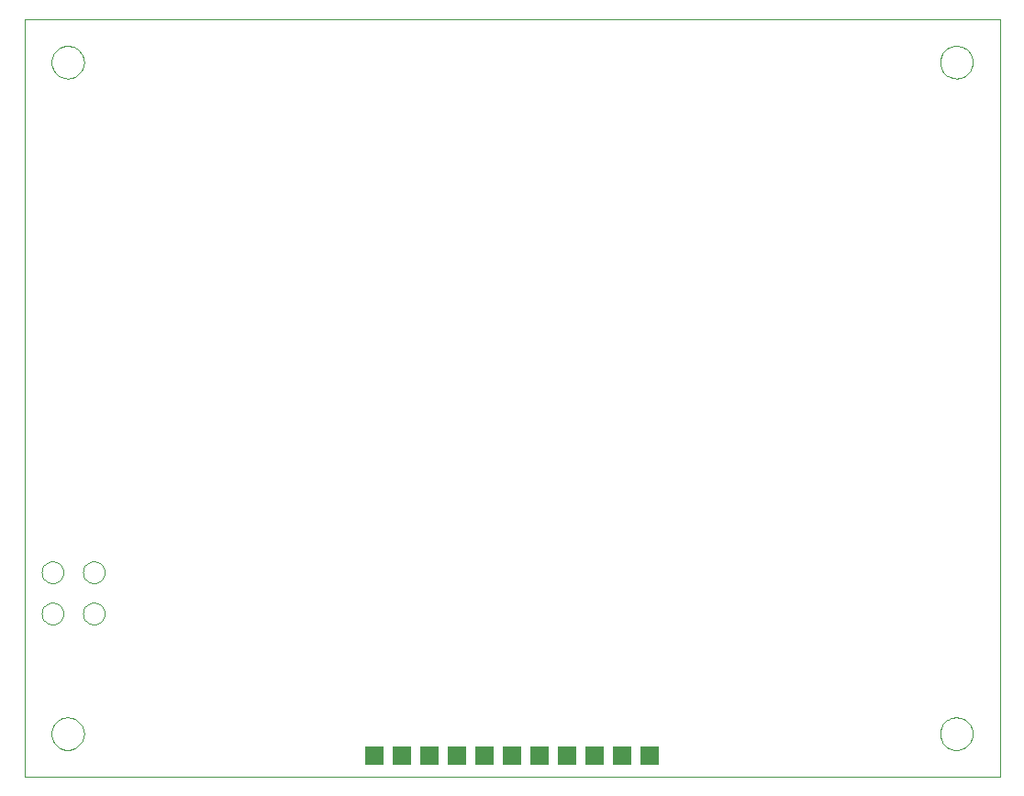
<source format=gtp>
G75*
G70*
%OFA0B0*%
%FSLAX24Y24*%
%IPPOS*%
%LPD*%
%AMOC8*
5,1,8,0,0,1.08239X$1,22.5*
%
%ADD10C,0.0000*%
%ADD11R,0.0660X0.0660*%
D10*
X000269Y000500D02*
X000269Y028059D01*
X035702Y028059D01*
X035702Y000500D01*
X000269Y000500D01*
X001253Y002075D02*
X001255Y002123D01*
X001261Y002171D01*
X001271Y002218D01*
X001284Y002264D01*
X001302Y002309D01*
X001322Y002353D01*
X001347Y002395D01*
X001375Y002434D01*
X001405Y002471D01*
X001439Y002505D01*
X001476Y002537D01*
X001514Y002566D01*
X001555Y002591D01*
X001598Y002613D01*
X001643Y002631D01*
X001689Y002645D01*
X001736Y002656D01*
X001784Y002663D01*
X001832Y002666D01*
X001880Y002665D01*
X001928Y002660D01*
X001976Y002651D01*
X002022Y002639D01*
X002067Y002622D01*
X002111Y002602D01*
X002153Y002579D01*
X002193Y002552D01*
X002231Y002522D01*
X002266Y002489D01*
X002298Y002453D01*
X002328Y002415D01*
X002354Y002374D01*
X002376Y002331D01*
X002396Y002287D01*
X002411Y002242D01*
X002423Y002195D01*
X002431Y002147D01*
X002435Y002099D01*
X002435Y002051D01*
X002431Y002003D01*
X002423Y001955D01*
X002411Y001908D01*
X002396Y001863D01*
X002376Y001819D01*
X002354Y001776D01*
X002328Y001735D01*
X002298Y001697D01*
X002266Y001661D01*
X002231Y001628D01*
X002193Y001598D01*
X002153Y001571D01*
X002111Y001548D01*
X002067Y001528D01*
X002022Y001511D01*
X001976Y001499D01*
X001928Y001490D01*
X001880Y001485D01*
X001832Y001484D01*
X001784Y001487D01*
X001736Y001494D01*
X001689Y001505D01*
X001643Y001519D01*
X001598Y001537D01*
X001555Y001559D01*
X001514Y001584D01*
X001476Y001613D01*
X001439Y001645D01*
X001405Y001679D01*
X001375Y001716D01*
X001347Y001755D01*
X001322Y001797D01*
X001302Y001841D01*
X001284Y001886D01*
X001271Y001932D01*
X001261Y001979D01*
X001255Y002027D01*
X001253Y002075D01*
X000898Y006443D02*
X000900Y006482D01*
X000906Y006521D01*
X000916Y006559D01*
X000929Y006596D01*
X000946Y006631D01*
X000966Y006665D01*
X000990Y006696D01*
X001017Y006725D01*
X001046Y006751D01*
X001078Y006774D01*
X001112Y006794D01*
X001148Y006810D01*
X001185Y006822D01*
X001224Y006831D01*
X001263Y006836D01*
X001302Y006837D01*
X001341Y006834D01*
X001380Y006827D01*
X001417Y006816D01*
X001454Y006802D01*
X001489Y006784D01*
X001522Y006763D01*
X001553Y006738D01*
X001581Y006711D01*
X001606Y006681D01*
X001628Y006648D01*
X001647Y006614D01*
X001662Y006578D01*
X001674Y006540D01*
X001682Y006502D01*
X001686Y006463D01*
X001686Y006423D01*
X001682Y006384D01*
X001674Y006346D01*
X001662Y006308D01*
X001647Y006272D01*
X001628Y006238D01*
X001606Y006205D01*
X001581Y006175D01*
X001553Y006148D01*
X001522Y006123D01*
X001489Y006102D01*
X001454Y006084D01*
X001417Y006070D01*
X001380Y006059D01*
X001341Y006052D01*
X001302Y006049D01*
X001263Y006050D01*
X001224Y006055D01*
X001185Y006064D01*
X001148Y006076D01*
X001112Y006092D01*
X001078Y006112D01*
X001046Y006135D01*
X001017Y006161D01*
X000990Y006190D01*
X000966Y006221D01*
X000946Y006255D01*
X000929Y006290D01*
X000916Y006327D01*
X000906Y006365D01*
X000900Y006404D01*
X000898Y006443D01*
X002398Y006443D02*
X002400Y006482D01*
X002406Y006521D01*
X002416Y006559D01*
X002429Y006596D01*
X002446Y006631D01*
X002466Y006665D01*
X002490Y006696D01*
X002517Y006725D01*
X002546Y006751D01*
X002578Y006774D01*
X002612Y006794D01*
X002648Y006810D01*
X002685Y006822D01*
X002724Y006831D01*
X002763Y006836D01*
X002802Y006837D01*
X002841Y006834D01*
X002880Y006827D01*
X002917Y006816D01*
X002954Y006802D01*
X002989Y006784D01*
X003022Y006763D01*
X003053Y006738D01*
X003081Y006711D01*
X003106Y006681D01*
X003128Y006648D01*
X003147Y006614D01*
X003162Y006578D01*
X003174Y006540D01*
X003182Y006502D01*
X003186Y006463D01*
X003186Y006423D01*
X003182Y006384D01*
X003174Y006346D01*
X003162Y006308D01*
X003147Y006272D01*
X003128Y006238D01*
X003106Y006205D01*
X003081Y006175D01*
X003053Y006148D01*
X003022Y006123D01*
X002989Y006102D01*
X002954Y006084D01*
X002917Y006070D01*
X002880Y006059D01*
X002841Y006052D01*
X002802Y006049D01*
X002763Y006050D01*
X002724Y006055D01*
X002685Y006064D01*
X002648Y006076D01*
X002612Y006092D01*
X002578Y006112D01*
X002546Y006135D01*
X002517Y006161D01*
X002490Y006190D01*
X002466Y006221D01*
X002446Y006255D01*
X002429Y006290D01*
X002416Y006327D01*
X002406Y006365D01*
X002400Y006404D01*
X002398Y006443D01*
X002398Y007943D02*
X002400Y007982D01*
X002406Y008021D01*
X002416Y008059D01*
X002429Y008096D01*
X002446Y008131D01*
X002466Y008165D01*
X002490Y008196D01*
X002517Y008225D01*
X002546Y008251D01*
X002578Y008274D01*
X002612Y008294D01*
X002648Y008310D01*
X002685Y008322D01*
X002724Y008331D01*
X002763Y008336D01*
X002802Y008337D01*
X002841Y008334D01*
X002880Y008327D01*
X002917Y008316D01*
X002954Y008302D01*
X002989Y008284D01*
X003022Y008263D01*
X003053Y008238D01*
X003081Y008211D01*
X003106Y008181D01*
X003128Y008148D01*
X003147Y008114D01*
X003162Y008078D01*
X003174Y008040D01*
X003182Y008002D01*
X003186Y007963D01*
X003186Y007923D01*
X003182Y007884D01*
X003174Y007846D01*
X003162Y007808D01*
X003147Y007772D01*
X003128Y007738D01*
X003106Y007705D01*
X003081Y007675D01*
X003053Y007648D01*
X003022Y007623D01*
X002989Y007602D01*
X002954Y007584D01*
X002917Y007570D01*
X002880Y007559D01*
X002841Y007552D01*
X002802Y007549D01*
X002763Y007550D01*
X002724Y007555D01*
X002685Y007564D01*
X002648Y007576D01*
X002612Y007592D01*
X002578Y007612D01*
X002546Y007635D01*
X002517Y007661D01*
X002490Y007690D01*
X002466Y007721D01*
X002446Y007755D01*
X002429Y007790D01*
X002416Y007827D01*
X002406Y007865D01*
X002400Y007904D01*
X002398Y007943D01*
X000898Y007943D02*
X000900Y007982D01*
X000906Y008021D01*
X000916Y008059D01*
X000929Y008096D01*
X000946Y008131D01*
X000966Y008165D01*
X000990Y008196D01*
X001017Y008225D01*
X001046Y008251D01*
X001078Y008274D01*
X001112Y008294D01*
X001148Y008310D01*
X001185Y008322D01*
X001224Y008331D01*
X001263Y008336D01*
X001302Y008337D01*
X001341Y008334D01*
X001380Y008327D01*
X001417Y008316D01*
X001454Y008302D01*
X001489Y008284D01*
X001522Y008263D01*
X001553Y008238D01*
X001581Y008211D01*
X001606Y008181D01*
X001628Y008148D01*
X001647Y008114D01*
X001662Y008078D01*
X001674Y008040D01*
X001682Y008002D01*
X001686Y007963D01*
X001686Y007923D01*
X001682Y007884D01*
X001674Y007846D01*
X001662Y007808D01*
X001647Y007772D01*
X001628Y007738D01*
X001606Y007705D01*
X001581Y007675D01*
X001553Y007648D01*
X001522Y007623D01*
X001489Y007602D01*
X001454Y007584D01*
X001417Y007570D01*
X001380Y007559D01*
X001341Y007552D01*
X001302Y007549D01*
X001263Y007550D01*
X001224Y007555D01*
X001185Y007564D01*
X001148Y007576D01*
X001112Y007592D01*
X001078Y007612D01*
X001046Y007635D01*
X001017Y007661D01*
X000990Y007690D01*
X000966Y007721D01*
X000946Y007755D01*
X000929Y007790D01*
X000916Y007827D01*
X000906Y007865D01*
X000900Y007904D01*
X000898Y007943D01*
X001253Y026484D02*
X001255Y026532D01*
X001261Y026580D01*
X001271Y026627D01*
X001284Y026673D01*
X001302Y026718D01*
X001322Y026762D01*
X001347Y026804D01*
X001375Y026843D01*
X001405Y026880D01*
X001439Y026914D01*
X001476Y026946D01*
X001514Y026975D01*
X001555Y027000D01*
X001598Y027022D01*
X001643Y027040D01*
X001689Y027054D01*
X001736Y027065D01*
X001784Y027072D01*
X001832Y027075D01*
X001880Y027074D01*
X001928Y027069D01*
X001976Y027060D01*
X002022Y027048D01*
X002067Y027031D01*
X002111Y027011D01*
X002153Y026988D01*
X002193Y026961D01*
X002231Y026931D01*
X002266Y026898D01*
X002298Y026862D01*
X002328Y026824D01*
X002354Y026783D01*
X002376Y026740D01*
X002396Y026696D01*
X002411Y026651D01*
X002423Y026604D01*
X002431Y026556D01*
X002435Y026508D01*
X002435Y026460D01*
X002431Y026412D01*
X002423Y026364D01*
X002411Y026317D01*
X002396Y026272D01*
X002376Y026228D01*
X002354Y026185D01*
X002328Y026144D01*
X002298Y026106D01*
X002266Y026070D01*
X002231Y026037D01*
X002193Y026007D01*
X002153Y025980D01*
X002111Y025957D01*
X002067Y025937D01*
X002022Y025920D01*
X001976Y025908D01*
X001928Y025899D01*
X001880Y025894D01*
X001832Y025893D01*
X001784Y025896D01*
X001736Y025903D01*
X001689Y025914D01*
X001643Y025928D01*
X001598Y025946D01*
X001555Y025968D01*
X001514Y025993D01*
X001476Y026022D01*
X001439Y026054D01*
X001405Y026088D01*
X001375Y026125D01*
X001347Y026164D01*
X001322Y026206D01*
X001302Y026250D01*
X001284Y026295D01*
X001271Y026341D01*
X001261Y026388D01*
X001255Y026436D01*
X001253Y026484D01*
X033536Y026484D02*
X033538Y026532D01*
X033544Y026580D01*
X033554Y026627D01*
X033567Y026673D01*
X033585Y026718D01*
X033605Y026762D01*
X033630Y026804D01*
X033658Y026843D01*
X033688Y026880D01*
X033722Y026914D01*
X033759Y026946D01*
X033797Y026975D01*
X033838Y027000D01*
X033881Y027022D01*
X033926Y027040D01*
X033972Y027054D01*
X034019Y027065D01*
X034067Y027072D01*
X034115Y027075D01*
X034163Y027074D01*
X034211Y027069D01*
X034259Y027060D01*
X034305Y027048D01*
X034350Y027031D01*
X034394Y027011D01*
X034436Y026988D01*
X034476Y026961D01*
X034514Y026931D01*
X034549Y026898D01*
X034581Y026862D01*
X034611Y026824D01*
X034637Y026783D01*
X034659Y026740D01*
X034679Y026696D01*
X034694Y026651D01*
X034706Y026604D01*
X034714Y026556D01*
X034718Y026508D01*
X034718Y026460D01*
X034714Y026412D01*
X034706Y026364D01*
X034694Y026317D01*
X034679Y026272D01*
X034659Y026228D01*
X034637Y026185D01*
X034611Y026144D01*
X034581Y026106D01*
X034549Y026070D01*
X034514Y026037D01*
X034476Y026007D01*
X034436Y025980D01*
X034394Y025957D01*
X034350Y025937D01*
X034305Y025920D01*
X034259Y025908D01*
X034211Y025899D01*
X034163Y025894D01*
X034115Y025893D01*
X034067Y025896D01*
X034019Y025903D01*
X033972Y025914D01*
X033926Y025928D01*
X033881Y025946D01*
X033838Y025968D01*
X033797Y025993D01*
X033759Y026022D01*
X033722Y026054D01*
X033688Y026088D01*
X033658Y026125D01*
X033630Y026164D01*
X033605Y026206D01*
X033585Y026250D01*
X033567Y026295D01*
X033554Y026341D01*
X033544Y026388D01*
X033538Y026436D01*
X033536Y026484D01*
X033536Y002075D02*
X033538Y002123D01*
X033544Y002171D01*
X033554Y002218D01*
X033567Y002264D01*
X033585Y002309D01*
X033605Y002353D01*
X033630Y002395D01*
X033658Y002434D01*
X033688Y002471D01*
X033722Y002505D01*
X033759Y002537D01*
X033797Y002566D01*
X033838Y002591D01*
X033881Y002613D01*
X033926Y002631D01*
X033972Y002645D01*
X034019Y002656D01*
X034067Y002663D01*
X034115Y002666D01*
X034163Y002665D01*
X034211Y002660D01*
X034259Y002651D01*
X034305Y002639D01*
X034350Y002622D01*
X034394Y002602D01*
X034436Y002579D01*
X034476Y002552D01*
X034514Y002522D01*
X034549Y002489D01*
X034581Y002453D01*
X034611Y002415D01*
X034637Y002374D01*
X034659Y002331D01*
X034679Y002287D01*
X034694Y002242D01*
X034706Y002195D01*
X034714Y002147D01*
X034718Y002099D01*
X034718Y002051D01*
X034714Y002003D01*
X034706Y001955D01*
X034694Y001908D01*
X034679Y001863D01*
X034659Y001819D01*
X034637Y001776D01*
X034611Y001735D01*
X034581Y001697D01*
X034549Y001661D01*
X034514Y001628D01*
X034476Y001598D01*
X034436Y001571D01*
X034394Y001548D01*
X034350Y001528D01*
X034305Y001511D01*
X034259Y001499D01*
X034211Y001490D01*
X034163Y001485D01*
X034115Y001484D01*
X034067Y001487D01*
X034019Y001494D01*
X033972Y001505D01*
X033926Y001519D01*
X033881Y001537D01*
X033838Y001559D01*
X033797Y001584D01*
X033759Y001613D01*
X033722Y001645D01*
X033688Y001679D01*
X033658Y001716D01*
X033630Y001755D01*
X033605Y001797D01*
X033585Y001841D01*
X033567Y001886D01*
X033554Y001932D01*
X033544Y001979D01*
X033538Y002027D01*
X033536Y002075D01*
D11*
X022985Y001280D03*
X021985Y001280D03*
X020985Y001280D03*
X019985Y001280D03*
X018985Y001280D03*
X017985Y001280D03*
X016985Y001280D03*
X015985Y001280D03*
X014985Y001280D03*
X013985Y001280D03*
X012985Y001280D03*
M02*

</source>
